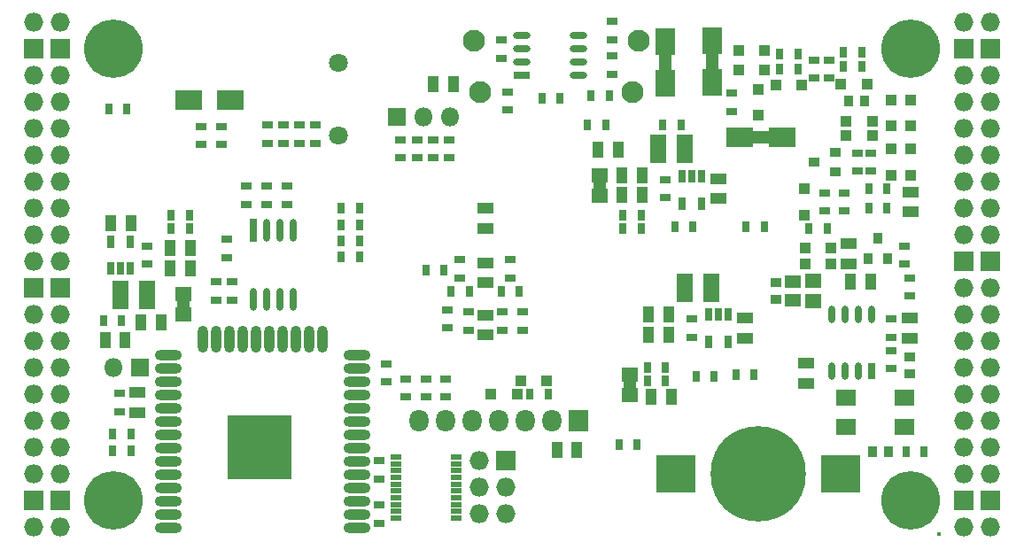
<source format=gbs>
G04 #@! TF.GenerationSoftware,KiCad,Pcbnew,5.0.0-rc3+dfsg1-2*
G04 #@! TF.CreationDate,2018-07-17T12:34:12+02:00*
G04 #@! TF.ProjectId,ulx3s,756C7833732E6B696361645F70636200,rev?*
G04 #@! TF.SameCoordinates,Original*
G04 #@! TF.FileFunction,Soldermask,Bot*
G04 #@! TF.FilePolarity,Negative*
%FSLAX46Y46*%
G04 Gerber Fmt 4.6, Leading zero omitted, Abs format (unit mm)*
G04 Created by KiCad (PCBNEW 5.0.0-rc3+dfsg1-2) date Tue Jul 17 12:34:12 2018*
%MOMM*%
%LPD*%
G01*
G04 APERTURE LIST*
%ADD10C,1.200000*%
%ADD11C,2.100000*%
%ADD12O,2.600000X1.000000*%
%ADD13O,1.000000X2.600000*%
%ADD14R,6.100000X6.100000*%
%ADD15R,0.770000X1.100000*%
%ADD16R,1.500000X1.395000*%
%ADD17R,2.600000X1.900000*%
%ADD18R,1.900000X2.600000*%
%ADD19R,3.800000X3.600000*%
%ADD20C,9.100000*%
%ADD21R,1.650000X0.700000*%
%ADD22O,1.650000X0.700000*%
%ADD23R,0.700000X2.200000*%
%ADD24O,0.700000X2.200000*%
%ADD25R,0.700000X1.650000*%
%ADD26O,0.700000X1.650000*%
%ADD27R,1.100000X0.500000*%
%ADD28R,0.800000X1.300000*%
%ADD29O,1.827200X1.827200*%
%ADD30R,1.827200X1.827200*%
%ADD31C,5.600000*%
%ADD32R,1.827200X2.132000*%
%ADD33O,1.827200X2.132000*%
%ADD34C,1.800000*%
%ADD35R,1.900000X1.500000*%
%ADD36R,1.070000X1.600000*%
%ADD37R,1.600000X1.070000*%
%ADD38R,1.100000X0.770000*%
%ADD39R,1.100000X1.100000*%
%ADD40C,0.400000*%
%ADD41R,1.800000X1.800000*%
%ADD42O,1.800000X1.800000*%
%ADD43R,1.600000X2.800000*%
%ADD44R,0.900000X1.000000*%
%ADD45R,1.000000X0.900000*%
%ADD46R,0.920000X1.100000*%
%ADD47R,1.100000X0.920000*%
%ADD48R,1.500000X1.220000*%
G04 APERTURE END LIST*
D10*
G04 #@! TO.C,RP3*
X149472000Y-77311000D02*
X149472000Y-79311000D01*
G04 #@! TO.C,RP2*
X109609000Y-88632000D02*
X109609000Y-90632000D01*
G04 #@! TO.C,RP1*
X152281000Y-96361000D02*
X152281000Y-98361000D01*
G04 #@! TO.C,RD9*
X166854000Y-73630000D02*
X162854000Y-73630000D01*
G04 #@! TO.C,RD52*
X160155000Y-64391000D02*
X160155000Y-68391000D01*
G04 #@! TO.C,RD51*
X155710000Y-68518000D02*
X155710000Y-64518000D01*
G04 #@! TD*
D11*
G04 #@! TO.C,GPDI1*
X152546000Y-69312000D03*
X138046000Y-69312000D03*
X153146000Y-64412000D03*
X137446000Y-64412000D03*
G04 #@! TD*
D12*
G04 #@! TO.C,U9*
X126230000Y-111000000D03*
X126230000Y-109730000D03*
X126230000Y-108460000D03*
X126230000Y-107190000D03*
X126230000Y-105920000D03*
X126230000Y-104650000D03*
X126230000Y-103380000D03*
X126230000Y-102110000D03*
X126230000Y-100840000D03*
X126230000Y-99570000D03*
X126230000Y-98300000D03*
X126230000Y-97030000D03*
X126230000Y-95760000D03*
X126230000Y-94490000D03*
D13*
X122945000Y-93000000D03*
X121675000Y-93000000D03*
X120405000Y-93000000D03*
X119135000Y-93000000D03*
X117865000Y-93000000D03*
X116595000Y-93000000D03*
X115325000Y-93000000D03*
X114055000Y-93000000D03*
X112785000Y-93000000D03*
X111515000Y-93000000D03*
D12*
X108230000Y-94490000D03*
X108230000Y-95760000D03*
X108230000Y-97030000D03*
X108230000Y-98300000D03*
X108230000Y-99570000D03*
X108230000Y-100840000D03*
X108230000Y-102110000D03*
X108230000Y-103380000D03*
X108230000Y-104650000D03*
X108230000Y-105920000D03*
X108230000Y-107190000D03*
X108230000Y-108460000D03*
X108230000Y-109730000D03*
X108230000Y-111000000D03*
D14*
X116930000Y-103300000D03*
G04 #@! TD*
D15*
G04 #@! TO.C,C49*
X103738000Y-91156000D03*
X101988000Y-91156000D03*
G04 #@! TD*
D16*
G04 #@! TO.C,RP3*
X149472000Y-79278500D03*
X149472000Y-77343500D03*
G04 #@! TD*
G04 #@! TO.C,RP2*
X109609000Y-90599500D03*
X109609000Y-88664500D03*
G04 #@! TD*
G04 #@! TO.C,RP1*
X152281000Y-98328500D03*
X152281000Y-96393500D03*
G04 #@! TD*
D17*
G04 #@! TO.C,RD9*
X162854000Y-73630000D03*
X166854000Y-73630000D03*
G04 #@! TD*
D18*
G04 #@! TO.C,RD52*
X160155000Y-68391000D03*
X160155000Y-64391000D03*
G04 #@! TD*
G04 #@! TO.C,RD51*
X155710000Y-64518000D03*
X155710000Y-68518000D03*
G04 #@! TD*
D19*
G04 #@! TO.C,BAT1*
X172485000Y-105870000D03*
X156685000Y-105870000D03*
D20*
X164585000Y-105870000D03*
G04 #@! TD*
D21*
G04 #@! TO.C,U11*
X141980000Y-67706500D03*
D22*
X141980000Y-66436500D03*
X141980000Y-65166500D03*
X141980000Y-63896500D03*
X147380000Y-63896500D03*
X147380000Y-65166500D03*
X147380000Y-66436500D03*
X147380000Y-67706500D03*
G04 #@! TD*
D23*
G04 #@! TO.C,U10*
X116340000Y-82520000D03*
D24*
X117610000Y-82520000D03*
X118880000Y-82520000D03*
X120150000Y-82520000D03*
X120150000Y-89124000D03*
X118880000Y-89124000D03*
X117610000Y-89124000D03*
X116340000Y-89124000D03*
G04 #@! TD*
D25*
G04 #@! TO.C,U7*
X175395000Y-96015000D03*
D26*
X174125000Y-96015000D03*
X172855000Y-96015000D03*
X171585000Y-96015000D03*
X171585000Y-90615000D03*
X172855000Y-90615000D03*
X174125000Y-90615000D03*
X175395000Y-90615000D03*
G04 #@! TD*
D27*
G04 #@! TO.C,U6*
X129935000Y-104215000D03*
X129935000Y-104865000D03*
X129935000Y-105515000D03*
X129935000Y-106165000D03*
X129935000Y-106815000D03*
X129935000Y-107465000D03*
X129935000Y-108115000D03*
X129935000Y-108765000D03*
X129935000Y-109415000D03*
X129935000Y-110065000D03*
X135735000Y-110065000D03*
X135735000Y-109415000D03*
X135735000Y-108765000D03*
X135735000Y-108115000D03*
X135735000Y-107465000D03*
X135735000Y-106815000D03*
X135735000Y-106165000D03*
X135735000Y-105515000D03*
X135735000Y-104865000D03*
X135735000Y-104215000D03*
G04 #@! TD*
D28*
G04 #@! TO.C,U5*
X157285000Y-77392000D03*
X158235000Y-77392000D03*
X159185000Y-77392000D03*
X159185000Y-79992000D03*
X157285000Y-79992000D03*
G04 #@! TD*
G04 #@! TO.C,U3*
X159825000Y-90600000D03*
X160775000Y-90600000D03*
X161725000Y-90600000D03*
X161725000Y-93200000D03*
X159825000Y-93200000D03*
G04 #@! TD*
G04 #@! TO.C,U4*
X104575000Y-86215000D03*
X103625000Y-86215000D03*
X102675000Y-86215000D03*
X102675000Y-83615000D03*
X104575000Y-83615000D03*
G04 #@! TD*
D29*
G04 #@! TO.C,J1*
X97910000Y-62690000D03*
X95370000Y-62690000D03*
D30*
X97910000Y-65230000D03*
X95370000Y-65230000D03*
D29*
X97910000Y-67770000D03*
X95370000Y-67770000D03*
X97910000Y-70310000D03*
X95370000Y-70310000D03*
X97910000Y-72850000D03*
X95370000Y-72850000D03*
X97910000Y-75390000D03*
X95370000Y-75390000D03*
X97910000Y-77930000D03*
X95370000Y-77930000D03*
X97910000Y-80470000D03*
X95370000Y-80470000D03*
X97910000Y-83010000D03*
X95370000Y-83010000D03*
X97910000Y-85550000D03*
X95370000Y-85550000D03*
D30*
X97910000Y-88090000D03*
X95370000Y-88090000D03*
D29*
X97910000Y-90630000D03*
X95370000Y-90630000D03*
X97910000Y-93170000D03*
X95370000Y-93170000D03*
X97910000Y-95710000D03*
X95370000Y-95710000D03*
X97910000Y-98250000D03*
X95370000Y-98250000D03*
X97910000Y-100790000D03*
X95370000Y-100790000D03*
X97910000Y-103330000D03*
X95370000Y-103330000D03*
X97910000Y-105870000D03*
X95370000Y-105870000D03*
D30*
X97910000Y-108410000D03*
X95370000Y-108410000D03*
D29*
X97910000Y-110950000D03*
X95370000Y-110950000D03*
G04 #@! TD*
G04 #@! TO.C,J2*
X184270000Y-110950000D03*
X186810000Y-110950000D03*
D30*
X184270000Y-108410000D03*
X186810000Y-108410000D03*
D29*
X184270000Y-105870000D03*
X186810000Y-105870000D03*
X184270000Y-103330000D03*
X186810000Y-103330000D03*
X184270000Y-100790000D03*
X186810000Y-100790000D03*
X184270000Y-98250000D03*
X186810000Y-98250000D03*
X184270000Y-95710000D03*
X186810000Y-95710000D03*
X184270000Y-93170000D03*
X186810000Y-93170000D03*
X184270000Y-90630000D03*
X186810000Y-90630000D03*
X184270000Y-88090000D03*
X186810000Y-88090000D03*
D30*
X184270000Y-85550000D03*
X186810000Y-85550000D03*
D29*
X184270000Y-83010000D03*
X186810000Y-83010000D03*
X184270000Y-80470000D03*
X186810000Y-80470000D03*
X184270000Y-77930000D03*
X186810000Y-77930000D03*
X184270000Y-75390000D03*
X186810000Y-75390000D03*
X184270000Y-72850000D03*
X186810000Y-72850000D03*
X184270000Y-70310000D03*
X186810000Y-70310000D03*
X184270000Y-67770000D03*
X186810000Y-67770000D03*
D30*
X184270000Y-65230000D03*
X186810000Y-65230000D03*
D29*
X184270000Y-62690000D03*
X186810000Y-62690000D03*
G04 #@! TD*
D31*
G04 #@! TO.C,H1*
X102990000Y-108410000D03*
G04 #@! TD*
G04 #@! TO.C,H2*
X179190000Y-108410000D03*
G04 #@! TD*
G04 #@! TO.C,H3*
X179190000Y-65230000D03*
G04 #@! TD*
G04 #@! TO.C,H4*
X102990000Y-65230000D03*
G04 #@! TD*
D30*
G04 #@! TO.C,J4*
X140455000Y-104600000D03*
D29*
X137915000Y-104600000D03*
X140455000Y-107140000D03*
X137915000Y-107140000D03*
X140455000Y-109680000D03*
X137915000Y-109680000D03*
G04 #@! TD*
D32*
G04 #@! TO.C,OLED1*
X147440000Y-100790000D03*
D33*
X144900000Y-100790000D03*
X142360000Y-100790000D03*
X139820000Y-100790000D03*
X137280000Y-100790000D03*
X134740000Y-100790000D03*
X132200000Y-100790000D03*
G04 #@! TD*
D34*
G04 #@! TO.C,AUDIO1*
X124468000Y-66518000D03*
X124468000Y-73518000D03*
G04 #@! TD*
D35*
G04 #@! TO.C,Y2*
X178576000Y-98522000D03*
X172976000Y-98522000D03*
X172976000Y-101322000D03*
X178576000Y-101322000D03*
G04 #@! TD*
D36*
G04 #@! TO.C,C47*
X133546000Y-68550000D03*
X135456000Y-68550000D03*
G04 #@! TD*
G04 #@! TO.C,C1*
X102748500Y-81885000D03*
X104658500Y-81885000D03*
G04 #@! TD*
D15*
G04 #@! TO.C,C2*
X153985000Y-96910000D03*
X155735000Y-96910000D03*
G04 #@! TD*
D36*
G04 #@! TO.C,C3*
X156015000Y-90630000D03*
X154105000Y-90630000D03*
G04 #@! TD*
G04 #@! TO.C,C4*
X154105000Y-92535000D03*
X156015000Y-92535000D03*
G04 #@! TD*
D37*
G04 #@! TO.C,C5*
X163315000Y-90945000D03*
X163315000Y-92855000D03*
G04 #@! TD*
D15*
G04 #@! TO.C,C6*
X151645000Y-82375000D03*
X153395000Y-82375000D03*
G04 #@! TD*
D36*
G04 #@! TO.C,C7*
X153475000Y-79200000D03*
X151565000Y-79200000D03*
G04 #@! TD*
G04 #@! TO.C,C8*
X153475000Y-77295000D03*
X151565000Y-77295000D03*
G04 #@! TD*
D37*
G04 #@! TO.C,C9*
X160775000Y-79520000D03*
X160775000Y-77610000D03*
G04 #@! TD*
D15*
G04 #@! TO.C,C10*
X108465000Y-81105000D03*
X110215000Y-81105000D03*
G04 #@! TD*
D36*
G04 #@! TO.C,C11*
X108385000Y-84280000D03*
X110295000Y-84280000D03*
G04 #@! TD*
G04 #@! TO.C,C12*
X110295000Y-86185000D03*
X108385000Y-86185000D03*
G04 #@! TD*
D37*
G04 #@! TO.C,C13*
X173221000Y-83833000D03*
X173221000Y-85743000D03*
G04 #@! TD*
D38*
G04 #@! TO.C,C14*
X175380000Y-76900000D03*
X175380000Y-75150000D03*
G04 #@! TD*
D37*
G04 #@! TO.C,C15*
X105276000Y-99967000D03*
X105276000Y-98057000D03*
G04 #@! TD*
D36*
G04 #@! TO.C,C16*
X173424000Y-87473000D03*
X175334000Y-87473000D03*
G04 #@! TD*
D37*
G04 #@! TO.C,C17*
X138500000Y-90665000D03*
X138500000Y-92575000D03*
G04 #@! TD*
D38*
G04 #@! TO.C,C18*
X150589600Y-64359000D03*
X150589600Y-62609000D03*
G04 #@! TD*
D37*
G04 #@! TO.C,C19*
X138500000Y-82375000D03*
X138500000Y-80465000D03*
G04 #@! TD*
G04 #@! TO.C,C20*
X138500000Y-87575000D03*
X138500000Y-85665000D03*
G04 #@! TD*
D36*
G04 #@! TO.C,C21*
X104072000Y-93061000D03*
X102162000Y-93061000D03*
G04 #@! TD*
G04 #@! TO.C,C22*
X154359000Y-98504000D03*
X156269000Y-98504000D03*
G04 #@! TD*
G04 #@! TO.C,C23*
X105591000Y-91392000D03*
X107501000Y-91392000D03*
G04 #@! TD*
G04 #@! TO.C,C24*
X151189000Y-74882000D03*
X149279000Y-74882000D03*
G04 #@! TD*
D38*
G04 #@! TO.C,C25*
X140900000Y-87095000D03*
X140900000Y-85345000D03*
G04 #@! TD*
G04 #@! TO.C,C26*
X136100000Y-87095000D03*
X136100000Y-85345000D03*
G04 #@! TD*
G04 #@! TO.C,C27*
X136900000Y-92095000D03*
X136900000Y-90345000D03*
G04 #@! TD*
G04 #@! TO.C,C28*
X140100000Y-90345000D03*
X140100000Y-92095000D03*
G04 #@! TD*
G04 #@! TO.C,C29*
X142100000Y-92095000D03*
X142100000Y-90345000D03*
G04 #@! TD*
G04 #@! TO.C,C30*
X134900000Y-90145000D03*
X134900000Y-91895000D03*
G04 #@! TD*
D15*
G04 #@! TO.C,C31*
X135225000Y-88420000D03*
X136975000Y-88420000D03*
G04 #@! TD*
G04 #@! TO.C,C32*
X140025000Y-88420000D03*
X141775000Y-88420000D03*
G04 #@! TD*
G04 #@! TO.C,C33*
X163425000Y-82220000D03*
X165175000Y-82220000D03*
G04 #@! TD*
G04 #@! TO.C,C34*
X158375000Y-82220000D03*
X156625000Y-82220000D03*
G04 #@! TD*
D38*
G04 #@! TO.C,C35*
X177300000Y-94025000D03*
X177300000Y-95775000D03*
G04 #@! TD*
D36*
G04 #@! TO.C,C46*
X145342000Y-103584000D03*
X147252000Y-103584000D03*
G04 #@! TD*
D15*
G04 #@! TO.C,C48*
X104246000Y-70963000D03*
X102496000Y-70963000D03*
G04 #@! TD*
D38*
G04 #@! TO.C,C50*
X179063000Y-88856000D03*
X179063000Y-87106000D03*
G04 #@! TD*
D15*
G04 #@! TO.C,C51*
X180473000Y-103711000D03*
X178723000Y-103711000D03*
G04 #@! TD*
G04 #@! TO.C,C52*
X158645000Y-96490000D03*
X160395000Y-96490000D03*
G04 #@! TD*
G04 #@! TO.C,C53*
X132827200Y-86330000D03*
X134577200Y-86330000D03*
G04 #@! TD*
D37*
G04 #@! TO.C,C54*
X169172000Y-95281000D03*
X169172000Y-97191000D03*
G04 #@! TD*
G04 #@! TO.C,D11*
X179190000Y-80790000D03*
X179190000Y-78880000D03*
G04 #@! TD*
D39*
G04 #@! TO.C,D10*
X169050000Y-84280000D03*
X171550000Y-84280000D03*
G04 #@! TD*
G04 #@! TO.C,D12*
X169030000Y-78585000D03*
X169030000Y-81085000D03*
G04 #@! TD*
G04 #@! TO.C,D13*
X171550000Y-85804000D03*
X169050000Y-85804000D03*
G04 #@! TD*
G04 #@! TO.C,D14*
X179190000Y-74775000D03*
X179190000Y-77275000D03*
G04 #@! TD*
G04 #@! TO.C,D15*
X177285000Y-77275000D03*
X177285000Y-74775000D03*
G04 #@! TD*
G04 #@! TO.C,D16*
X172987000Y-73503000D03*
X175487000Y-73503000D03*
G04 #@! TD*
G04 #@! TO.C,D17*
X164585000Y-69060000D03*
X164585000Y-71560000D03*
G04 #@! TD*
G04 #@! TO.C,D20*
X168756000Y-68659000D03*
X166256000Y-68659000D03*
G04 #@! TD*
G04 #@! TO.C,D21*
X174979000Y-68550000D03*
X172479000Y-68550000D03*
G04 #@! TD*
G04 #@! TO.C,D23*
X165200000Y-67262000D03*
X162700000Y-67262000D03*
G04 #@! TD*
G04 #@! TO.C,D24*
X162700000Y-65357000D03*
X165200000Y-65357000D03*
G04 #@! TD*
G04 #@! TO.C,D25*
X177285000Y-72594000D03*
X177285000Y-70094000D03*
G04 #@! TD*
G04 #@! TO.C,D26*
X179190000Y-70094000D03*
X179190000Y-72594000D03*
G04 #@! TD*
D40*
G04 #@! TO.C,AE1*
X181872000Y-111603000D03*
G04 #@! TD*
D38*
G04 #@! TO.C,R49*
X113277000Y-74360000D03*
X113277000Y-72610000D03*
G04 #@! TD*
G04 #@! TO.C,R50*
X111372000Y-72610000D03*
X111372000Y-74360000D03*
G04 #@! TD*
D15*
G04 #@! TO.C,R51*
X155455000Y-72487000D03*
X157205000Y-72487000D03*
G04 #@! TD*
D38*
G04 #@! TO.C,R52*
X171331000Y-66278000D03*
X171331000Y-68028000D03*
G04 #@! TD*
G04 #@! TO.C,R53*
X169919000Y-68028000D03*
X169919000Y-66278000D03*
G04 #@! TD*
D15*
G04 #@! TO.C,R54*
X174477000Y-65502000D03*
X172727000Y-65502000D03*
G04 #@! TD*
D38*
G04 #@! TO.C,R56*
X128390000Y-106321000D03*
X128390000Y-104571000D03*
G04 #@! TD*
G04 #@! TO.C,R57*
X117722000Y-72483000D03*
X117722000Y-74233000D03*
G04 #@! TD*
G04 #@! TO.C,R58*
X119246000Y-74233000D03*
X119246000Y-72483000D03*
G04 #@! TD*
G04 #@! TO.C,R59*
X120770000Y-72483000D03*
X120770000Y-74233000D03*
G04 #@! TD*
G04 #@! TO.C,R60*
X122294000Y-74233000D03*
X122294000Y-72483000D03*
G04 #@! TD*
D15*
G04 #@! TO.C,R61*
X145655000Y-69900000D03*
X143905000Y-69900000D03*
G04 #@! TD*
D41*
G04 #@! TO.C,J3*
X105530000Y-95710000D03*
D42*
X102990000Y-95710000D03*
G04 #@! TD*
D41*
G04 #@! TO.C,J5*
X130056000Y-71725000D03*
D42*
X132596000Y-71725000D03*
X135136000Y-71725000D03*
G04 #@! TD*
D15*
G04 #@! TO.C,R40*
X166631000Y-65738000D03*
X168381000Y-65738000D03*
G04 #@! TD*
D38*
G04 #@! TO.C,R55*
X134740000Y-96740000D03*
X134740000Y-98490000D03*
G04 #@! TD*
D37*
G04 #@! TO.C,C55*
X179078000Y-90963000D03*
X179078000Y-92873000D03*
G04 #@! TD*
D38*
G04 #@! TO.C,R65*
X177300000Y-92793000D03*
X177300000Y-91043000D03*
G04 #@! TD*
D43*
G04 #@! TO.C,L1*
X160140000Y-88090000D03*
X157600000Y-88090000D03*
G04 #@! TD*
G04 #@! TO.C,L2*
X103625000Y-88725000D03*
X106165000Y-88725000D03*
G04 #@! TD*
G04 #@! TO.C,L3*
X155060000Y-74755000D03*
X157600000Y-74755000D03*
G04 #@! TD*
D15*
G04 #@! TO.C,R1*
X171175000Y-82375000D03*
X169425000Y-82375000D03*
G04 #@! TD*
D38*
G04 #@! TO.C,R2*
X172840000Y-78960000D03*
X172840000Y-80710000D03*
G04 #@! TD*
G04 #@! TO.C,R3*
X162045000Y-71185000D03*
X162045000Y-69435000D03*
G04 #@! TD*
D15*
G04 #@! TO.C,R4*
X176890000Y-80470000D03*
X175140000Y-80470000D03*
G04 #@! TD*
D38*
G04 #@! TO.C,R5*
X174110000Y-75150000D03*
X174110000Y-76900000D03*
G04 #@! TD*
G04 #@! TO.C,R6*
X178555000Y-85790000D03*
X178555000Y-84040000D03*
G04 #@! TD*
G04 #@! TO.C,R7*
X113785000Y-85155000D03*
X113785000Y-83405000D03*
G04 #@! TD*
G04 #@! TO.C,R8*
X170935000Y-80710000D03*
X170935000Y-78960000D03*
G04 #@! TD*
G04 #@! TO.C,R9*
X128390000Y-110555000D03*
X128390000Y-108805000D03*
G04 #@! TD*
D15*
G04 #@! TO.C,R10*
X151264000Y-103076000D03*
X153014000Y-103076000D03*
G04 #@! TD*
D38*
G04 #@! TO.C,R11*
X119515000Y-80093000D03*
X119515000Y-78343000D03*
G04 #@! TD*
G04 #@! TO.C,R12*
X114308000Y-89219000D03*
X114308000Y-87469000D03*
G04 #@! TD*
D15*
G04 #@! TO.C,R13*
X175140000Y-78565000D03*
X176890000Y-78565000D03*
G04 #@! TD*
G04 #@! TO.C,R14*
X124721000Y-85060000D03*
X126471000Y-85060000D03*
G04 #@! TD*
G04 #@! TO.C,R15*
X126471000Y-83536000D03*
X124721000Y-83536000D03*
G04 #@! TD*
G04 #@! TO.C,R16*
X124721000Y-82012000D03*
X126471000Y-82012000D03*
G04 #@! TD*
G04 #@! TO.C,R17*
X126471000Y-80470000D03*
X124721000Y-80470000D03*
G04 #@! TD*
D38*
G04 #@! TO.C,R18*
X130422000Y-73898000D03*
X130422000Y-75648000D03*
G04 #@! TD*
G04 #@! TO.C,R19*
X131961000Y-73898000D03*
X131961000Y-75648000D03*
G04 #@! TD*
G04 #@! TO.C,R20*
X133485000Y-73898000D03*
X133485000Y-75648000D03*
G04 #@! TD*
G04 #@! TO.C,R21*
X135009000Y-75648000D03*
X135009000Y-73898000D03*
G04 #@! TD*
G04 #@! TO.C,R22*
X140025500Y-66105000D03*
X140025500Y-64355000D03*
G04 #@! TD*
G04 #@! TO.C,R23*
X140597000Y-71076000D03*
X140597000Y-69326000D03*
G04 #@! TD*
G04 #@! TO.C,R24*
X150615000Y-67647000D03*
X150615000Y-65897000D03*
G04 #@! TD*
D15*
G04 #@! TO.C,R25*
X148300000Y-72487000D03*
X150050000Y-72487000D03*
G04 #@! TD*
G04 #@! TO.C,R26*
X150362000Y-69693000D03*
X148612000Y-69693000D03*
G04 #@! TD*
D38*
G04 #@! TO.C,R27*
X129025000Y-95300000D03*
X129025000Y-97050000D03*
G04 #@! TD*
G04 #@! TO.C,R28*
X117595000Y-78343000D03*
X117595000Y-80093000D03*
G04 #@! TD*
G04 #@! TO.C,R29*
X112784000Y-89219000D03*
X112784000Y-87469000D03*
G04 #@! TD*
G04 #@! TO.C,R30*
X115690000Y-78343000D03*
X115690000Y-80093000D03*
G04 #@! TD*
D15*
G04 #@! TO.C,R31*
X142755000Y-98250000D03*
X144505000Y-98250000D03*
G04 #@! TD*
D38*
G04 #@! TO.C,R32*
X132835000Y-98490000D03*
X132835000Y-96740000D03*
G04 #@! TD*
G04 #@! TO.C,R33*
X130930000Y-96740000D03*
X130930000Y-98490000D03*
G04 #@! TD*
D15*
G04 #@! TO.C,R34*
X102877000Y-103600000D03*
X104627000Y-103600000D03*
G04 #@! TD*
G04 #@! TO.C,R35*
X102877000Y-102060000D03*
X104627000Y-102060000D03*
G04 #@! TD*
D38*
G04 #@! TO.C,R38*
X103576500Y-99905000D03*
X103576500Y-98155000D03*
G04 #@! TD*
D15*
G04 #@! TO.C,R39*
X164190000Y-96345000D03*
X162440000Y-96345000D03*
G04 #@! TD*
G04 #@! TO.C,R63*
X168381000Y-67135000D03*
X166631000Y-67135000D03*
G04 #@! TD*
G04 #@! TO.C,R64*
X174475000Y-66899000D03*
X172725000Y-66899000D03*
G04 #@! TD*
G04 #@! TO.C,RA1*
X153985000Y-95640000D03*
X155735000Y-95640000D03*
G04 #@! TD*
G04 #@! TO.C,RA2*
X110215000Y-82375000D03*
X108465000Y-82375000D03*
G04 #@! TD*
G04 #@! TO.C,RA3*
X151645000Y-81105000D03*
X153395000Y-81105000D03*
G04 #@! TD*
D38*
G04 #@! TO.C,RB1*
X158235000Y-92775000D03*
X158235000Y-91025000D03*
G04 #@! TD*
G04 #@! TO.C,RB2*
X106165000Y-85790000D03*
X106165000Y-84040000D03*
G04 #@! TD*
G04 #@! TO.C,RB3*
X155695000Y-79440000D03*
X155695000Y-77690000D03*
G04 #@! TD*
D17*
G04 #@! TO.C,D8*
X110149000Y-70074000D03*
X114149000Y-70074000D03*
G04 #@! TD*
D44*
G04 #@! TO.C,Q1*
X176015000Y-83280000D03*
X175065000Y-85280000D03*
X176965000Y-85280000D03*
G04 #@! TD*
D45*
G04 #@! TO.C,Q2*
X171935000Y-75075000D03*
X171935000Y-76975000D03*
X169935000Y-76025000D03*
G04 #@! TD*
D39*
G04 #@! TO.C,D27*
X175502000Y-72106000D03*
X173002000Y-72106000D03*
G04 #@! TD*
D46*
G04 #@! TO.C,R66*
X173198000Y-70201000D03*
X174798000Y-70201000D03*
G04 #@! TD*
D47*
G04 #@! TO.C,C56*
X179078000Y-96274000D03*
X179078000Y-94674000D03*
G04 #@! TD*
D46*
G04 #@! TO.C,C57*
X177084000Y-103711000D03*
X175484000Y-103711000D03*
G04 #@! TD*
D48*
G04 #@! TO.C,C58*
X167902000Y-89242000D03*
X167902000Y-87482000D03*
G04 #@! TD*
D47*
G04 #@! TO.C,C59*
X166251000Y-89162000D03*
X166251000Y-87562000D03*
G04 #@! TD*
D16*
G04 #@! TO.C,L4*
X169807000Y-87394500D03*
X169807000Y-89329500D03*
G04 #@! TD*
D39*
G04 #@! TO.C,D28*
X144372000Y-96980000D03*
X141872000Y-96980000D03*
G04 #@! TD*
G04 #@! TO.C,D29*
X139058000Y-98250000D03*
X141558000Y-98250000D03*
G04 #@! TD*
M02*

</source>
